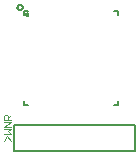
<source format=gto>
G75*
%MOIN*%
%OFA0B0*%
%FSLAX25Y25*%
%IPPOS*%
%LPD*%
%AMOC8*
5,1,8,0,0,1.08239X$1,22.5*
%
%ADD10C,0.00200*%
%ADD11C,0.00500*%
D10*
X0003348Y0026525D02*
X0004499Y0028060D01*
X0005650Y0026525D01*
X0005650Y0028827D02*
X0003348Y0028827D01*
X0003348Y0030362D02*
X0005650Y0030362D01*
X0004883Y0029594D01*
X0005650Y0028827D01*
X0005650Y0031129D02*
X0003348Y0031129D01*
X0005650Y0032664D01*
X0003348Y0032664D01*
X0003348Y0033431D02*
X0003348Y0034582D01*
X0003732Y0034966D01*
X0004499Y0034966D01*
X0004883Y0034582D01*
X0004883Y0033431D01*
X0005650Y0033431D02*
X0003348Y0033431D01*
X0004883Y0034198D02*
X0005650Y0034966D01*
D11*
X0006662Y0023224D02*
X0047252Y0023224D01*
X0047252Y0031728D01*
X0006662Y0031728D01*
X0006662Y0023224D01*
X0010008Y0038279D02*
X0011386Y0038279D01*
X0010008Y0038279D02*
X0010008Y0039657D01*
X0010008Y0068397D02*
X0010008Y0069775D01*
X0011386Y0069775D01*
X0010795Y0068594D02*
X0010797Y0068633D01*
X0010803Y0068672D01*
X0010813Y0068710D01*
X0010826Y0068747D01*
X0010843Y0068782D01*
X0010863Y0068816D01*
X0010887Y0068847D01*
X0010914Y0068876D01*
X0010943Y0068902D01*
X0010975Y0068925D01*
X0011009Y0068945D01*
X0011045Y0068961D01*
X0011082Y0068973D01*
X0011121Y0068982D01*
X0011160Y0068987D01*
X0011199Y0068988D01*
X0011238Y0068985D01*
X0011277Y0068978D01*
X0011314Y0068967D01*
X0011351Y0068953D01*
X0011386Y0068935D01*
X0011419Y0068914D01*
X0011450Y0068889D01*
X0011478Y0068862D01*
X0011503Y0068832D01*
X0011525Y0068799D01*
X0011544Y0068765D01*
X0011559Y0068729D01*
X0011571Y0068691D01*
X0011579Y0068653D01*
X0011583Y0068614D01*
X0011583Y0068574D01*
X0011579Y0068535D01*
X0011571Y0068497D01*
X0011559Y0068459D01*
X0011544Y0068423D01*
X0011525Y0068389D01*
X0011503Y0068356D01*
X0011478Y0068326D01*
X0011450Y0068299D01*
X0011419Y0068274D01*
X0011386Y0068253D01*
X0011351Y0068235D01*
X0011314Y0068221D01*
X0011277Y0068210D01*
X0011238Y0068203D01*
X0011199Y0068200D01*
X0011160Y0068201D01*
X0011121Y0068206D01*
X0011082Y0068215D01*
X0011045Y0068227D01*
X0011009Y0068243D01*
X0010975Y0068263D01*
X0010943Y0068286D01*
X0010914Y0068312D01*
X0010887Y0068341D01*
X0010863Y0068372D01*
X0010843Y0068406D01*
X0010826Y0068441D01*
X0010813Y0068478D01*
X0010803Y0068516D01*
X0010797Y0068555D01*
X0010795Y0068594D01*
X0007947Y0070956D02*
X0007949Y0071015D01*
X0007955Y0071073D01*
X0007965Y0071131D01*
X0007978Y0071188D01*
X0007996Y0071245D01*
X0008017Y0071300D01*
X0008042Y0071353D01*
X0008070Y0071404D01*
X0008101Y0071454D01*
X0008136Y0071501D01*
X0008174Y0071546D01*
X0008215Y0071589D01*
X0008259Y0071628D01*
X0008305Y0071664D01*
X0008353Y0071698D01*
X0008404Y0071728D01*
X0008457Y0071754D01*
X0008511Y0071777D01*
X0008566Y0071796D01*
X0008623Y0071812D01*
X0008681Y0071824D01*
X0008739Y0071832D01*
X0008798Y0071836D01*
X0008856Y0071836D01*
X0008915Y0071832D01*
X0008973Y0071824D01*
X0009031Y0071812D01*
X0009088Y0071796D01*
X0009143Y0071777D01*
X0009197Y0071754D01*
X0009250Y0071728D01*
X0009301Y0071698D01*
X0009349Y0071664D01*
X0009395Y0071628D01*
X0009439Y0071589D01*
X0009480Y0071546D01*
X0009518Y0071501D01*
X0009553Y0071454D01*
X0009584Y0071404D01*
X0009612Y0071353D01*
X0009637Y0071300D01*
X0009658Y0071245D01*
X0009676Y0071188D01*
X0009689Y0071131D01*
X0009699Y0071073D01*
X0009705Y0071015D01*
X0009707Y0070956D01*
X0009705Y0070897D01*
X0009699Y0070839D01*
X0009689Y0070781D01*
X0009676Y0070724D01*
X0009658Y0070667D01*
X0009637Y0070612D01*
X0009612Y0070559D01*
X0009584Y0070508D01*
X0009553Y0070458D01*
X0009518Y0070411D01*
X0009480Y0070366D01*
X0009439Y0070323D01*
X0009395Y0070284D01*
X0009349Y0070248D01*
X0009301Y0070214D01*
X0009250Y0070184D01*
X0009197Y0070158D01*
X0009143Y0070135D01*
X0009088Y0070116D01*
X0009031Y0070100D01*
X0008973Y0070088D01*
X0008915Y0070080D01*
X0008856Y0070076D01*
X0008798Y0070076D01*
X0008739Y0070080D01*
X0008681Y0070088D01*
X0008623Y0070100D01*
X0008566Y0070116D01*
X0008511Y0070135D01*
X0008457Y0070158D01*
X0008404Y0070184D01*
X0008353Y0070214D01*
X0008305Y0070248D01*
X0008259Y0070284D01*
X0008215Y0070323D01*
X0008174Y0070366D01*
X0008136Y0070411D01*
X0008101Y0070458D01*
X0008070Y0070508D01*
X0008042Y0070559D01*
X0008017Y0070612D01*
X0007996Y0070667D01*
X0007978Y0070724D01*
X0007965Y0070781D01*
X0007955Y0070839D01*
X0007949Y0070897D01*
X0007947Y0070956D01*
X0040126Y0069775D02*
X0041504Y0069775D01*
X0041504Y0068397D01*
X0041504Y0039657D02*
X0041504Y0038279D01*
X0040126Y0038279D01*
M02*

</source>
